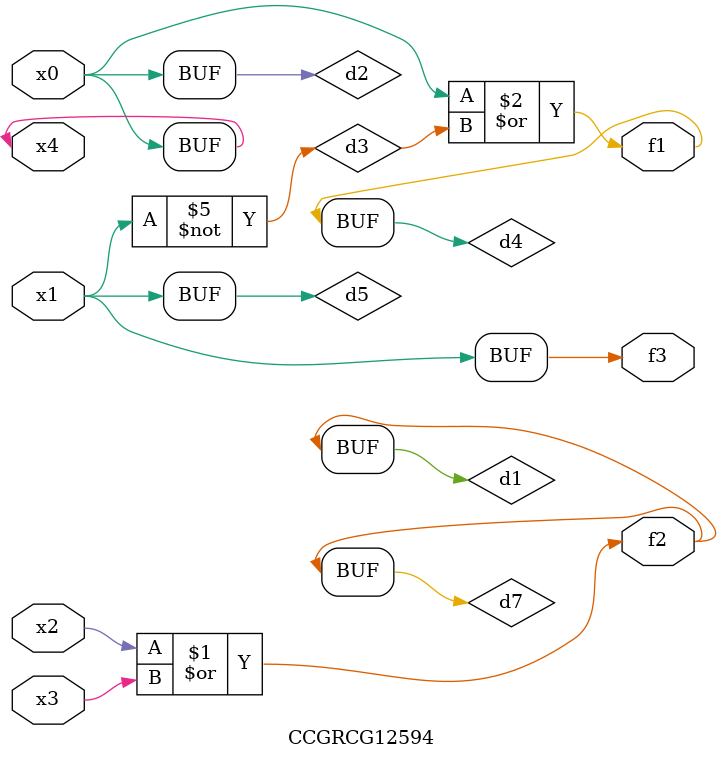
<source format=v>
module CCGRCG12594(
	input x0, x1, x2, x3, x4,
	output f1, f2, f3
);

	wire d1, d2, d3, d4, d5, d6, d7;

	or (d1, x2, x3);
	buf (d2, x0, x4);
	not (d3, x1);
	or (d4, d2, d3);
	not (d5, d3);
	nand (d6, d1, d3);
	or (d7, d1);
	assign f1 = d4;
	assign f2 = d7;
	assign f3 = d5;
endmodule

</source>
